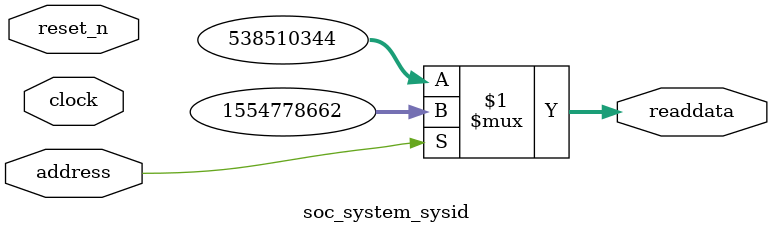
<source format=v>



// synthesis translate_off
`timescale 1ns / 1ps
// synthesis translate_on

// turn off superfluous verilog processor warnings 
// altera message_level Level1 
// altera message_off 10034 10035 10036 10037 10230 10240 10030 

module soc_system_sysid (
               // inputs:
                address,
                clock,
                reset_n,

               // outputs:
                readdata
             )
;

  output  [ 31: 0] readdata;
  input            address;
  input            clock;
  input            reset_n;

  wire    [ 31: 0] readdata;
  //control_slave, which is an e_avalon_slave
  assign readdata = address ? 1554778662 : 538510344;

endmodule



</source>
